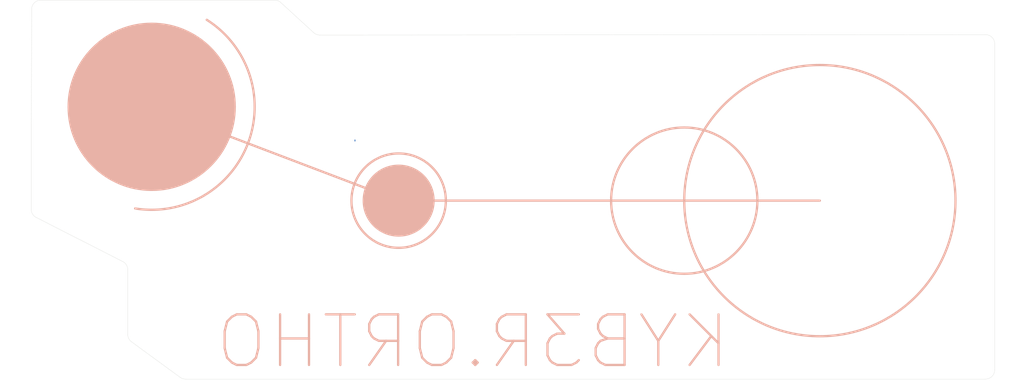
<source format=kicad_pcb>
(kicad_pcb (version 20240108) (generator "pcbnew") (generator_version "8.0")
  (layers (0 "F.Cu" signal) (31 "B.Cu" signal) (34 "B.Paste" user) (35 "F.Paste" user) (36 "B.SilkS" user "B.Silkscreen") (37 "F.SilkS" user "F.Silkscreen") (38 "B.Mask" user) (39 "F.Mask" user) (44 "Edge.Cuts" user))
  (net 0 "")
  (net 1 "Column 2")
  (footprint "MountingHole:MountingHole_2.2mm_M2" (layer "F.Cu") (at 169 123.6)
    (property "Reference" "REF**" (hide yes))
    (property "Value" "MountingHole_2.2mm_M2")
    (pad "" np_thru_hole circle (at 0 0) (size 2.2 2.2) (drill 2.2) (layers "*.Cu" "*.Mask"))
  )
  (footprint "MountingHole:MountingHole_2.2mm_M2" (layer "F.Cu") (at 114.3 92.6)
    (property "Reference" "REF**" (hide yes))
    (property "Value" "MountingHole_2.2mm_M2")
    (pad "" np_thru_hole circle (at 0 0) (size 2.2 2.2) (drill 2.2) (layers "*.Cu" "*.Mask"))
  )
  (footprint "MountingHole:MountingHole_2.2mm_M2" (layer "F.Cu") (at 223.6 75.4)
    (property "Reference" "REF**" (hide yes))
    (property "Value" "MountingHole_2.2mm_M2")
    (pad "" np_thru_hole circle (at 0 0) (size 2.2 2.2) (drill 2.2) (layers "*.Cu" "*.Mask"))
  )
  (footprint "MountingHole:MountingHole_2.2mm_M2" (layer "F.Cu") (at 114.4 75.4)
    (property "Reference" "REF**" (hide yes))
    (property "Value" "MountingHole_2.2mm_M2")
    (pad "" np_thru_hole circle (at 0 0) (size 2.2 2.2) (drill 2.2) (layers "*.Cu" "*.Mask"))
  )
  (footprint "MountingHole:MountingHole_2.2mm_M2" (layer "F.Cu") (at 57.5 92.1)
    (property "Reference" "REF**" (hide yes))
    (property "Value" "MountingHole_2.2mm_M2")
    (pad "" np_thru_hole circle (at 0 0) (size 2.2 2.2) (drill 2.2) (layers "*.Cu" "*.Mask"))
  )
  (footprint "MountingHole:MountingHole_2.2mm_M2" (layer "F.Cu") (at 83.5 121.8)
    (property "Reference" "REF**" (hide yes))
    (property "Value" "MountingHole_2.2mm_M2")
    (pad "" np_thru_hole circle (at 0 0) (size 2.2 2.2) (drill 2.2) (layers "*.Cu" "*.Mask"))
  )
  (footprint "MountingHole:MountingHole_2.2mm_M2" (layer "F.Cu") (at 169.1 75.4)
    (property "Reference" "REF**" (hide yes))
    (property "Value" "MountingHole_2.2mm_M2")
    (pad "" np_thru_hole circle (at 0 0) (size 2.2 2.2) (drill 2.2) (layers "*.Cu" "*.Mask"))
  )
  (footprint "MountingHole:MountingHole_2.2mm_M2" (layer "F.Cu") (at 259.5 57.9)
    (property "Reference" "REF**" (hide yes))
    (property "Value" "MountingHole_2.2mm_M2")
    (pad "" np_thru_hole circle (at 0 0) (size 2.2 2.2) (drill 2.2) (layers "*.Cu" "*.Mask"))
  )
  (footprint "MountingHole:MountingHole_2.2mm_M2" (layer "F.Cu") (at 223.8 92.8)
    (property "Reference" "REF**" (hide yes))
    (property "Value" "MountingHole_2.2mm_M2")
    (pad "" np_thru_hole circle (at 0 0) (size 2.2 2.2) (drill 2.2) (layers "*.Cu" "*.Mask"))
  )
  (footprint "MountingHole:MountingHole_2.2mm_M2" (layer "F.Cu") (at 71.8 99.2)
    (property "Reference" "REF**" (hide yes))
    (property "Value" "MountingHole_2.2mm_M2")
    (pad "" np_thru_hole circle (at 0 0) (size 2.2 2.2) (drill 2.2) (layers "*.Cu" "*.Mask"))
  )
  (footprint "MountingHole:MountingHole_2.2mm_M2" (layer "F.Cu") (at 104.4 52.7)
    (property "Reference" "REF**" (hide yes))
    (property "Value" "MountingHole_2.2mm_M2")
    (pad "" np_thru_hole circle (at 0 0) (size 2.2 2.2) (drill 2.2) (layers "*.Cu" "*.Mask"))
  )
  (footprint "MountingHole:MountingHole_2.2mm_M2" (layer "F.Cu") (at 55.8 50.3)
    (property "Reference" "REF**" (hide yes))
    (property "Value" "MountingHole_2.2mm_M2")
    (pad "" np_thru_hole circle (at 0 0) (size 2.2 2.2) (drill 2.2) (layers "*.Cu" "*.Mask"))
  )
  (gr_circle (center 133 91.2) (end 140.783315 91.2) (stroke (width 0.1)) (fill solid) (layer "B.SilkS"))
  (gr_circle (center 133 91.2) (end 143.261579 91.2) (stroke (width 0.5)) (fill none) (layer "B.SilkS"))
  (gr_arc (start 91.278241 51.881975) (mid 100.232469 78.749946) (end 75.7 92.899999) (stroke (width 0.5)) (layer "B.SilkS"))
  (gr_circle (center 79.3 70.8) (end 97.552671 70.8) (stroke (width 0.1)) (fill solid) (layer "B.SilkS"))
  (gr_line (start 133 91.2) (end 79.3 70.8) (stroke (width 0.5)) (layer "B.SilkS"))
  (gr_circle (center 195.1 91.2) (end 210.9 89.387794) (stroke (width 0.5)) (fill none) (layer "B.SilkS"))
  (gr_line (start 224.587794 91.2) (end 133 91.2) (stroke (width 0.5)) (layer "B.SilkS"))
  (gr_circle (center 224.587794 91.2) (end 254.075588 91.2) (stroke (width 0.5)) (fill none) (layer "B.SilkS"))
  (gr_line (start 260.6 130) (end 86.653126 130) (stroke (width 0.05)) (layer "Edge.Cuts"))
  (gr_arc (start 74.919627 121.899223) (mid 74.316644 121.190021) (end 74.1 120.284689) (stroke (width 0.05)) (layer "Edge.Cuts"))
  (gr_arc (start 262.6 128) (mid 262.014214 129.414214) (end 260.6 130) (stroke (width 0.05)) (layer "Edge.Cuts"))
  (gr_arc (start 260.598644 55.101357) (mid 262.013734 55.686663) (end 262.6 57.101356) (stroke (width 0.05)) (layer "Edge.Cuts"))
  (gr_line (start 115.878119 55.199472) (end 260.598644 55.101357) (stroke (width 0.05)) (layer "Edge.Cuts"))
  (gr_line (start 262.6 57.101356) (end 262.6 128) (stroke (width 0.05)) (layer "Edge.Cuts"))
  (gr_arc (start 115.878119 55.199472) (mid 115.152858 55.063866) (end 114.526119 54.674519) (stroke (width 0.05)) (layer "Edge.Cuts"))
  (gr_arc (start 73.007979 104.443589) (mid 73.80528 105.180605) (end 74.1 106.225603) (stroke (width 0.05)) (layer "Edge.Cuts"))
  (gr_line (start 75.4 47.6) (end 106.022661 47.6) (stroke (width 0.05)) (layer "Edge.Cuts"))
  (gr_line (start 73.007979 104.443589) (end 54.194647 94.857749) (stroke (width 0.05)) (layer "Edge.Cuts"))
  (gr_arc (start 86.653126 130) (mid 86.032267 129.901193) (end 85.472753 129.614534) (stroke (width 0.05)) (layer "Edge.Cuts"))
  (gr_arc (start 106.022661 47.6) (mid 106.747198 47.735852) (end 107.373305 48.124954) (stroke (width 0.05)) (layer "Edge.Cuts"))
  (gr_line (start 55.195722 47.6) (end 75.4 47.6) (stroke (width 0.05)) (layer "Edge.Cuts"))
  (gr_line (start 53.102631 93.071452) (end 53.195727 49.595717) (stroke (width 0.05)) (layer "Edge.Cuts"))
  (gr_line (start 74.1 106.225603) (end 74.1 120.284689) (stroke (width 0.05)) (layer "Edge.Cuts"))
  (gr_arc (start 53.195727 49.595717) (mid 53.783025 48.184281) (end 55.195722 47.6) (stroke (width 0.05)) (layer "Edge.Cuts"))
  (gr_arc (start 54.194647 94.857749) (mid 53.396228 94.118907) (end 53.102631 93.071452) (stroke (width 0.05)) (layer "Edge.Cuts"))
  (gr_line (start 107.373305 48.124954) (end 114.526119 54.674519) (stroke (width 0.05)) (layer "Edge.Cuts"))
  (gr_line (start 74.919627 121.899223) (end 85.472753 129.614534) (stroke (width 0.05)) (layer "Edge.Cuts"))
  (gr_text "KYB3R.ORTHO" (at 205.5 128.3 0) (layer "B.SilkS") (effects (font (size 11 11) (thickness 0.5)) (justify left bottom mirror)))
  (segment (start 123.5 78) (end 123.5 78.25) (width 0.2) (layer "B.Cu") (net 1))
)
</source>
